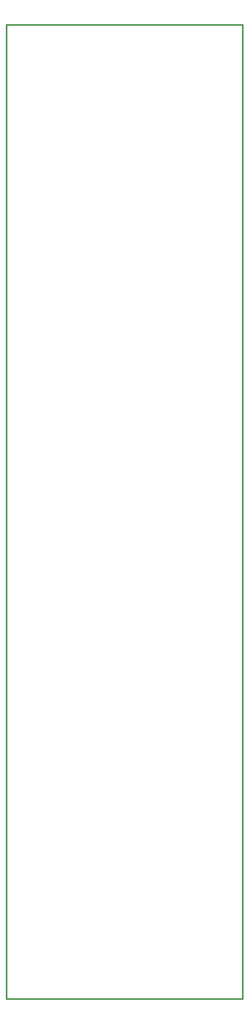
<source format=gko>
G04 Layer_Color=16711935*
%FSTAX24Y24*%
%MOIN*%
G70*
G01*
G75*
%ADD22C,0.0118*%
D22*
X03905Y08925D02*
X0593D01*
Y00595D02*
Y08925D01*
X03905Y00595D02*
X0593D01*
X03905D02*
Y08925D01*
M02*

</source>
